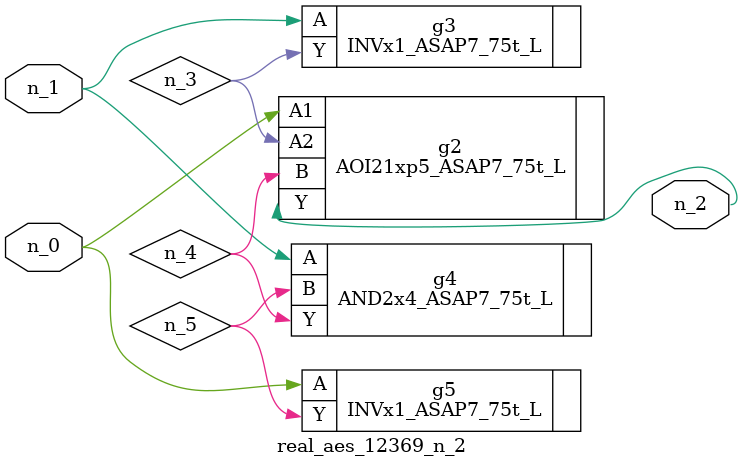
<source format=v>
module real_aes_12369_n_2 (n_0, n_1, n_2);
input n_0;
input n_1;
output n_2;
wire n_4;
wire n_3;
wire n_5;
AOI21xp5_ASAP7_75t_L g2 ( .A1(n_0), .A2(n_3), .B(n_4), .Y(n_2) );
INVx1_ASAP7_75t_L g5 ( .A(n_0), .Y(n_5) );
INVx1_ASAP7_75t_L g3 ( .A(n_1), .Y(n_3) );
AND2x4_ASAP7_75t_L g4 ( .A(n_1), .B(n_5), .Y(n_4) );
endmodule
</source>
